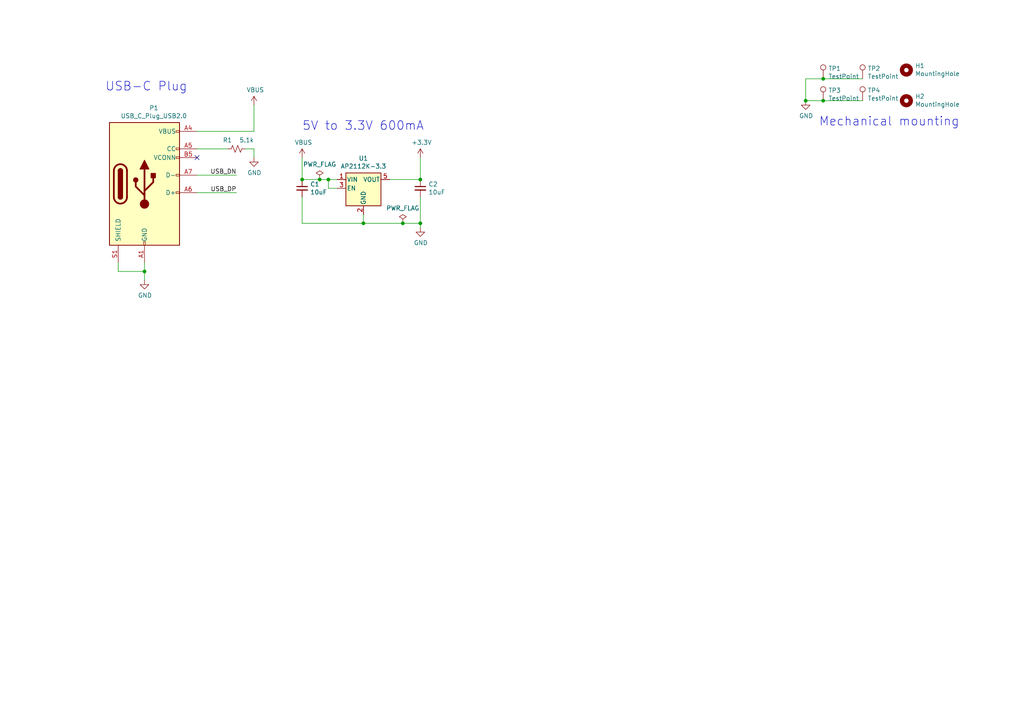
<source format=kicad_sch>
(kicad_sch (version 20211123) (generator eeschema)
  (paper "A4")
  (title_block (title "Expansion Card Template") (date "2020-12-12") (rev "X1") (company "Framework") (comment 1 "This work is licensed under a Creative Commons Attribution 4.0 International License") (comment 4 "https://frame.work"))
  (lib_symbols
    (symbol "Connector:TestPoint" (pin_numbers hide) (pin_names (offset 0.762) hide)
      (property "Reference" "TP" (at 0 6.858 0))
      (property "Value" "TestPoint" (at 0 5.08 0))
      (symbol "TestPoint_0_1"
        (circle (center 0 3.302) (radius 0.762))
      )
      (symbol "TestPoint_1_1"
        (pin passive line (at 0 0 90) (length 2.54) (name "1") (number "1"))
      )
    )
    (symbol "Connector:USB_C_Plug_USB2.0" (pin_names (offset 1.016))
      (property "Reference" "P" (at -10.16 19.05 0))
      (property "Value" "USB_C_Plug_USB2.0" (at 12.7 19.05 0))
      (symbol "USB_C_Plug_USB2.0_0_0"
        (rectangle (start -0.254 -17.78) (end 0.254 -16.764))
        (rectangle (start 10.16 -2.286) (end 9.144 -2.794))
        (rectangle (start 10.16 2.794) (end 9.144 2.286))
        (rectangle (start 10.16 7.874) (end 9.144 7.366))
        (rectangle (start 10.16 10.414) (end 9.144 9.906))
        (rectangle (start 10.16 15.494) (end 9.144 14.986))
      )
      (symbol "USB_C_Plug_USB2.0_0_1"
        (rectangle (start -10.16 17.78) (end 10.16 -17.78) (stroke (width 0.254)) (fill (type background)))
        (arc (start -8.89 -3.81) (mid -6.985 -5.715) (end -5.08 -3.81) (stroke (width 0.508)))
        (arc (start -7.62 -3.81) (mid -6.985 -4.445) (end -6.35 -3.81) (stroke (width 0.254)))
        (arc (start -7.62 -3.81) (mid -6.985 -4.445) (end -6.35 -3.81) (stroke (width 0.254)) (fill (type outline)))
        (rectangle (start -7.62 -3.81) (end -6.35 3.81) (stroke (width 0.254)) (fill (type outline)))
        (arc (start -6.35 3.81) (mid -6.985 4.445) (end -7.62 3.81) (stroke (width 0.254)))
        (arc (start -6.35 3.81) (mid -6.985 4.445) (end -7.62 3.81) (stroke (width 0.254)) (fill (type outline)))
        (arc (start -5.08 3.81) (mid -6.985 5.715) (end -8.89 3.81) (stroke (width 0.508)))
        (circle (center -2.54 1.143) (radius 0.635) (stroke (width 0.254)) (fill (type outline)))
        (circle (center 0 -5.842) (radius 1.27) (fill (type outline)))
        (polyline (pts (xy -8.89 -3.81) (xy -8.89 3.81)) (stroke (width 0.508)))
        (polyline (pts (xy -5.08 3.81) (xy -5.08 -3.81)) (stroke (width 0.508)))
        (polyline (pts (xy 0 -5.842) (xy 0 4.318)) (stroke (width 0.508)))
        (polyline (pts (xy 0 -3.302) (xy -2.54 -0.762) (xy -2.54 0.508)) (stroke (width 0.508)))
        (polyline (pts (xy 0 -2.032) (xy 2.54 0.508) (xy 2.54 1.778)) (stroke (width 0.508)))
        (polyline (pts (xy -1.27 4.318) (xy 0 6.858) (xy 1.27 4.318) (xy -1.27 4.318)) (stroke (width 0.254)) (fill (type outline)))
        (rectangle (start 1.905 1.778) (end 3.175 3.048) (stroke (width 0.254)) (fill (type outline)))
      )
      (symbol "USB_C_Plug_USB2.0_1_1"
        (pin passive line (at 0 -22.86 90) (length 5.08) (name "GND") (number "A1"))
        (pin passive line (at 0 -22.86 90) (length 5.08) hide (name "GND") (number "A12"))
        (pin passive line (at 15.24 15.24 180) (length 5.08) (name "VBUS") (number "A4"))
        (pin bidirectional line (at 15.24 10.16 180) (length 5.08) (name "CC") (number "A5"))
        (pin bidirectional line (at 15.24 -2.54 180) (length 5.08) (name "D+") (number "A6"))
        (pin bidirectional line (at 15.24 2.54 180) (length 5.08) (name "D-") (number "A7"))
        (pin passive line (at 15.24 15.24 180) (length 5.08) hide (name "VBUS") (number "A9"))
        (pin passive line (at 0 -22.86 90) (length 5.08) hide (name "GND") (number "B1"))
        (pin passive line (at 0 -22.86 90) (length 5.08) hide (name "GND") (number "B12"))
        (pin passive line (at 15.24 15.24 180) (length 5.08) hide (name "VBUS") (number "B4"))
        (pin bidirectional line (at 15.24 7.62 180) (length 5.08) (name "VCONN") (number "B5"))
        (pin passive line (at 15.24 15.24 180) (length 5.08) hide (name "VBUS") (number "B9"))
        (pin passive line (at -7.62 -22.86 90) (length 5.08) (name "SHIELD") (number "S1"))
      )
    )
    (symbol "Device:C_Small" (pin_numbers hide) (pin_names (offset 0.254) hide)
      (property "Reference" "C" (at 0.254 1.778 0))
      (property "Value" "C_Small" (at 0.254 -2.032 0))
      (symbol "C_Small_0_1"
        (polyline (pts (xy -1.524 -0.508) (xy 1.524 -0.508)) (stroke (width 0.3302)))
        (polyline (pts (xy -1.524 0.508) (xy 1.524 0.508)) (stroke (width 0.3048)))
      )
      (symbol "C_Small_1_1"
        (pin passive line (at 0 2.54 270) (length 2.032) (name "~") (number "1"))
        (pin passive line (at 0 -2.54 90) (length 2.032) (name "~") (number "2"))
      )
    )
    (symbol "Device:R_Small_US" (pin_numbers hide) (pin_names (offset 0.254) hide)
      (property "Reference" "R" (at 0.762 0.508 0))
      (property "Value" "R_Small_US" (at 0.762 -1.016 0))
      (symbol "R_Small_US_1_1"
        (polyline (pts (xy 0 0) (xy 1.016 -0.381) (xy 0 -0.762) (xy -1.016 -1.143) (xy 0 -1.524)))
        (polyline (pts (xy 0 1.524) (xy 1.016 1.143) (xy 0 0.762) (xy -1.016 0.381) (xy 0 0)))
        (pin passive line (at 0 2.54 270) (length 1.016) (name "~") (number "1"))
        (pin passive line (at 0 -2.54 90) (length 1.016) (name "~") (number "2"))
      )
    )
    (symbol "Mechanical:MountingHole" (pin_names (offset 1.016))
      (property "Reference" "H" (at 0 5.08 0))
      (property "Value" "MountingHole" (at 0 3.175 0))
      (symbol "MountingHole_0_1"
        (circle (center 0 0) (radius 1.27) (stroke (width 1.27)))
      )
    )
    (symbol "Regulator_Linear:AP2112K-3.3" (pin_names (offset 0.254))
      (property "Reference" "U" (at -5.08 5.715 0))
      (property "Value" "AP2112K-3.3" (at 0 5.715 0))
      (symbol "AP2112K-3.3_0_1"
        (rectangle (start -5.08 4.445) (end 5.08 -5.08) (stroke (width 0.254)) (fill (type background)))
      )
      (symbol "AP2112K-3.3_1_1"
        (pin power_in line (at -7.62 2.54 0) (length 2.54) (name "VIN") (number "1"))
        (pin power_in line (at 0 -7.62 90) (length 2.54) (name "GND") (number "2"))
        (pin input line (at -7.62 0 0) (length 2.54) (name "EN") (number "3"))
        (pin no_connect line (at 5.08 0 180) (length 2.54) hide (name "NC") (number "4"))
        (pin power_out line (at 7.62 2.54 180) (length 2.54) (name "VOUT") (number "5"))
      )
    )
    (symbol "power:+3.3V" (power) (pin_names (offset 0))
      (property "Value" "+3.3V" (at 0 3.556 0))
      (symbol "+3.3V_0_1"
        (polyline (pts (xy -0.762 1.27) (xy 0 2.54)))
        (polyline (pts (xy 0 0) (xy 0 2.54)))
        (polyline (pts (xy 0 2.54) (xy 0.762 1.27)))
      )
      (symbol "+3.3V_1_1"
        (pin power_in line (at 0 0 90) (length 0) hide (name "+3.3V") (number "1"))
      )
    )
    (symbol "power:GND" (power) (pin_names (offset 0))
      (property "Value" "GND" (at 0 -3.81 0))
      (symbol "GND_0_1"
        (polyline (pts (xy 0 0) (xy 0 -1.27) (xy 1.27 -1.27) (xy 0 -2.54) (xy -1.27 -1.27) (xy 0 -1.27)))
      )
      (symbol "GND_1_1"
        (pin power_in line (at 0 0 270) (length 0) hide (name "GND") (number "1"))
      )
    )
    (symbol "power:PWR_FLAG" (power) (pin_numbers hide) (pin_names (offset 0) hide)
      (property "Value" "PWR_FLAG" (at 0 3.81 0))
      (symbol "PWR_FLAG_0_0"
        (pin power_out line (at 0 0 90) (length 0) (name "pwr") (number "1"))
      )
      (symbol "PWR_FLAG_0_1"
        (polyline (pts (xy 0 0) (xy 0 1.27) (xy -1.016 1.905) (xy 0 2.54) (xy 1.016 1.905) (xy 0 1.27)))
      )
    )
    (symbol "power:VBUS" (power) (pin_names (offset 0))
      (property "Value" "VBUS" (at 0 3.81 0))
      (symbol "VBUS_0_1"
        (polyline (pts (xy -0.762 1.27) (xy 0 2.54)))
        (polyline (pts (xy 0 0) (xy 0 2.54)))
        (polyline (pts (xy 0 2.54) (xy 0.762 1.27)))
      )
      (symbol "VBUS_1_1"
        (pin power_in line (at 0 0 90) (length 0) hide (name "VBUS") (number "1"))
      )
    )
  )
  (junction (at 41.91 78.74))
  (junction (at 105.41 64.77))
  (junction (at 121.92 64.77))
  (junction (at 238.76 29.21))
  (junction (at 233.68 29.21))
  (junction (at 238.76 22.86))
  (junction (at 92.71 52.07))
  (junction (at 121.92 52.07))
  (junction (at 95.25 52.07))
  (junction (at 87.63 52.07))
  (junction (at 116.84 64.77))
  (no_connect (at 57.15 45.72))
  (wire (pts (xy 41.91 78.74) (xy 41.91 76.2)))
  (wire (pts (xy 95.25 52.07) (xy 97.79 52.07)))
  (wire (pts (xy 87.63 57.15) (xy 87.63 64.77)))
  (wire (pts (xy 57.15 55.88) (xy 68.58 55.88)))
  (wire (pts (xy 73.66 38.1) (xy 73.66 30.48)))
  (wire (pts (xy 121.92 64.77) (xy 121.92 66.04)))
  (wire (pts (xy 238.76 29.21) (xy 233.68 29.21)))
  (wire (pts (xy 41.91 81.28) (xy 41.91 78.74)))
  (wire (pts (xy 71.12 43.18) (xy 73.66 43.18)))
  (wire (pts (xy 105.41 64.77) (xy 116.84 64.77)))
  (wire (pts (xy 87.63 52.07) (xy 92.71 52.07)))
  (wire (pts (xy 121.92 57.15) (xy 121.92 64.77)))
  (wire (pts (xy 87.63 45.72) (xy 87.63 52.07)))
  (wire (pts (xy 34.29 78.74) (xy 41.91 78.74)))
  (wire (pts (xy 105.41 62.23) (xy 105.41 64.77)))
  (wire (pts (xy 250.19 22.86) (xy 238.76 22.86)))
  (wire (pts (xy 87.63 64.77) (xy 105.41 64.77)))
  (wire (pts (xy 121.92 45.72) (xy 121.92 52.07)))
  (wire (pts (xy 92.71 52.07) (xy 95.25 52.07)))
  (wire (pts (xy 233.68 22.86) (xy 233.68 29.21)))
  (wire (pts (xy 95.25 54.61) (xy 95.25 52.07)))
  (wire (pts (xy 97.79 54.61) (xy 95.25 54.61)))
  (wire (pts (xy 57.15 38.1) (xy 73.66 38.1)))
  (wire (pts (xy 34.29 76.2) (xy 34.29 78.74)))
  (wire (pts (xy 57.15 43.18) (xy 66.04 43.18)))
  (wire (pts (xy 250.19 29.21) (xy 238.76 29.21)))
  (wire (pts (xy 57.15 50.8) (xy 68.58 50.8)))
  (wire (pts (xy 73.66 43.18) (xy 73.66 45.72)))
  (wire (pts (xy 116.84 64.77) (xy 121.92 64.77)))
  (wire (pts (xy 113.03 52.07) (xy 121.92 52.07)))
  (wire (pts (xy 238.76 22.86) (xy 233.68 22.86)))
  (text "Mechanical mounting" (at 237.49 36.83 0) (effects (font (size 2.54 2.54)) (justify left bottom)))
  (text "5V to 3.3V 600mA" (at 87.63 38.1 0) (effects (font (size 2.54 2.54)) (justify left bottom)))
  (text "USB-C Plug" (at 30.48 26.67 0) (effects (font (size 2.54 2.54)) (justify left bottom)))
  (label "USB_DP" (at 68.58 55.88 180))
  (label "USB_DN" (at 68.58 50.8 180))
  (symbol (lib_id "Regulator_Linear:AP2112K-3.3") (at 105.41 54.61 0) (unit 1)
    (property "Reference" "U1" (at 105.41 45.9232 0))
    (property "Value" "AP2112K-3.3" (at 105.41 48.2346 0))
    (property "Footprint" "Package_TO_SOT_SMD:SOT-23-5" (effects hide))
    (property "Datasheet" "https://www.diodes.com/assets/Datasheets/AP2112.pdf" (effects hide))
  )
  (symbol (lib_id "Device:C_Small") (at 87.63 54.61 0) (unit 1)
    (property "Reference" "C1" (at 89.9668 53.4416 0) (effects (justify left)))
    (property "Value" "10uF" (at 89.9668 55.753 0) (effects (justify left)))
    (property "Footprint" "Capacitor_SMD:C_0805_2012Metric" (effects hide))
  )
  (symbol (lib_id "Device:C_Small") (at 121.92 54.61 0) (unit 1)
    (property "Reference" "C2" (at 124.2568 53.4416 0) (effects (justify left)))
    (property "Value" "10uF" (at 124.2568 55.753 0) (effects (justify left)))
    (property "Footprint" "Capacitor_SMD:C_0805_2012Metric" (effects hide))
  )
  (symbol (lib_id "power:+3.3V") (at 121.92 45.72 0) (unit 1)
    (property "Reference" "#PWR05" (effects hide))
    (property "Value" "+3.3V" (at 122.301 41.3258 0))
  )
  (symbol (lib_id "power:GND") (at 121.92 66.04 0) (unit 1)
    (property "Reference" "#PWR06" (effects hide))
    (property "Value" "GND" (at 122.047 70.4342 0))
  )
  (symbol (lib_id "power:VBUS") (at 87.63 45.72 0) (unit 1)
    (property "Reference" "#PWR04" (effects hide))
    (property "Value" "VBUS" (at 88.011 41.3258 0))
  )
  (symbol (lib_id "Connector:USB_C_Plug_USB2.0") (at 41.91 53.34 0) (unit 1)
    (property "Reference" "P1" (at 44.6278 31.3182 0))
    (property "Value" "USB_C_Plug_USB2.0" (at 44.6278 33.6296 0))
    (property "Footprint" "Expansion_Card:USB_C_Plug_Molex_105444" (effects hide))
    (property "Datasheet" "https://www.molex.com/pdm_docs/ps/1054440001-000.pdf" (effects hide))
  )
  (symbol (lib_id "Device:R_Small_US") (at 68.58 43.18 90) (unit 1)
    (property "Reference" "R1" (at 67.31 40.64 90) (effects (justify left)))
    (property "Value" "5.1k" (at 73.66 40.64 90) (effects (justify left)))
    (property "Footprint" "Resistor_SMD:R_0603_1608Metric" (effects hide))
  )
  (symbol (lib_id "power:GND") (at 41.91 81.28 0) (unit 1)
    (property "Reference" "#PWR01" (effects hide))
    (property "Value" "GND" (at 42.037 85.6742 0))
  )
  (symbol (lib_id "power:GND") (at 73.66 45.72 0) (unit 1)
    (property "Reference" "#PWR03" (effects hide))
    (property "Value" "GND" (at 73.787 50.1142 0))
  )
  (symbol (lib_id "power:VBUS") (at 73.66 30.48 0) (unit 1)
    (property "Reference" "#PWR02" (effects hide))
    (property "Value" "VBUS" (at 74.041 26.0858 0))
  )
  (symbol (lib_id "Mechanical:MountingHole") (at 262.89 20.32 0) (unit 1)
    (property "Reference" "H1" (at 265.43 19.0754 0) (effects (justify left)))
    (property "Value" "MountingHole" (at 265.43 21.3868 0) (effects (justify left)))
    (property "Footprint" "MountingHole:MountingHole_2.2mm_M2" (effects hide))
  )
  (symbol (lib_id "Mechanical:MountingHole") (at 262.89 29.21 0) (unit 1)
    (property "Reference" "H2" (at 265.43 27.9654 0) (effects (justify left)))
    (property "Value" "MountingHole" (at 265.43 30.2768 0) (effects (justify left)))
    (property "Footprint" "MountingHole:MountingHole_2.2mm_M2" (effects hide))
  )
  (symbol (lib_id "power:PWR_FLAG") (at 92.71 52.07 0) (unit 1)
    (property "Reference" "#FLG01" (effects hide))
    (property "Value" "PWR_FLAG" (at 92.71 47.6758 0))
  )
  (symbol (lib_id "power:PWR_FLAG") (at 116.84 64.77 0) (unit 1)
    (property "Reference" "#FLG02" (effects hide))
    (property "Value" "PWR_FLAG" (at 116.84 60.3758 0))
  )
  (symbol (lib_id "Connector:TestPoint") (at 250.19 22.86 0) (unit 1)
    (property "Reference" "TP2" (at 251.6632 19.8628 0) (effects (justify left)))
    (property "Value" "TestPoint" (at 251.6632 22.1742 0) (effects (justify left)))
    (property "Footprint" "TestPoint:TestPoint_Pad_1.5x1.5mm" (effects hide))
  )
  (symbol (lib_id "Connector:TestPoint") (at 238.76 22.86 0) (unit 1)
    (property "Reference" "TP1" (at 240.2332 19.8628 0) (effects (justify left)))
    (property "Value" "TestPoint" (at 240.2332 22.1742 0) (effects (justify left)))
    (property "Footprint" "TestPoint:TestPoint_Pad_1.5x1.5mm" (effects hide))
  )
  (symbol (lib_id "Connector:TestPoint") (at 238.76 29.21 0) (unit 1)
    (property "Reference" "TP3" (at 240.2332 26.2128 0) (effects (justify left)))
    (property "Value" "TestPoint" (at 240.2332 28.5242 0) (effects (justify left)))
    (property "Footprint" "TestPoint:TestPoint_Pad_1.5x1.5mm" (effects hide))
  )
  (symbol (lib_id "Connector:TestPoint") (at 250.19 29.21 0) (unit 1)
    (property "Reference" "TP4" (at 251.6632 26.2128 0) (effects (justify left)))
    (property "Value" "TestPoint" (at 251.6632 28.5242 0) (effects (justify left)))
    (property "Footprint" "TestPoint:TestPoint_Pad_1.5x1.5mm" (effects hide))
  )
  (symbol (lib_id "power:GND") (at 233.68 29.21 0) (unit 1)
    (property "Reference" "#PWR0101" (effects hide))
    (property "Value" "GND" (at 233.807 33.6042 0))
  )
)
</source>
